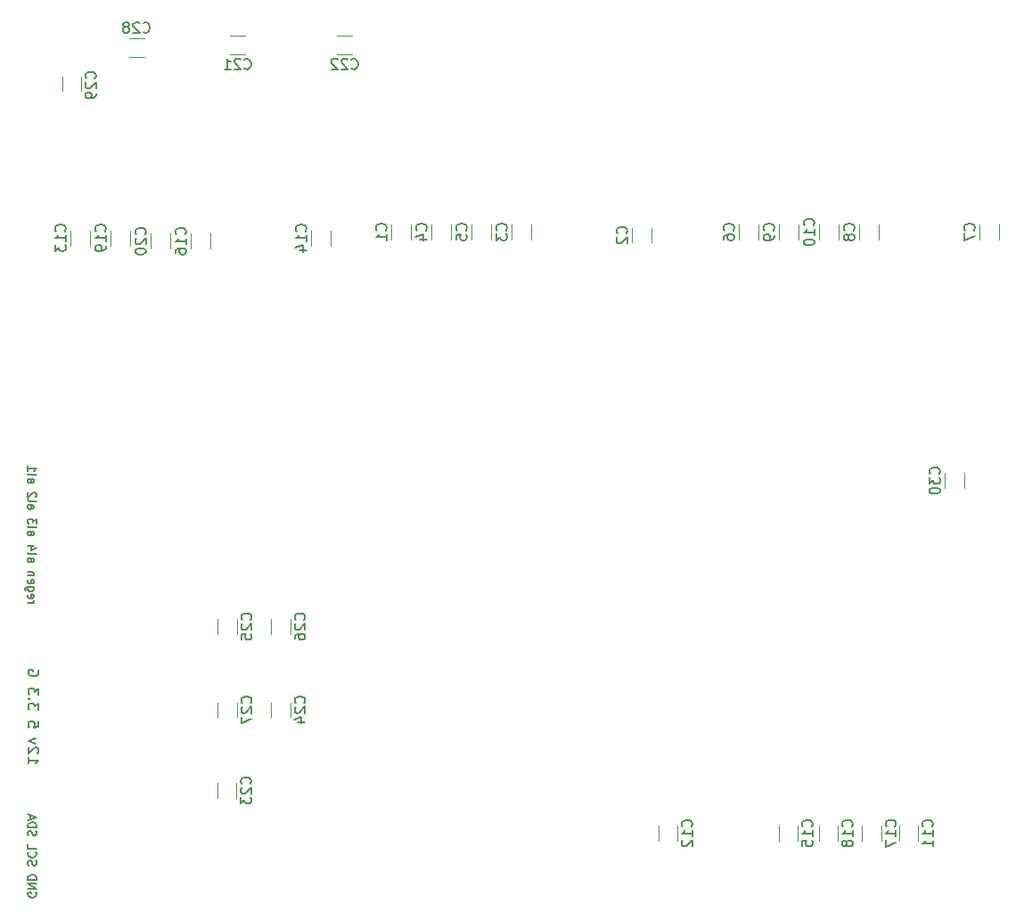
<source format=gbr>
%TF.GenerationSoftware,KiCad,Pcbnew,8.0.3*%
%TF.CreationDate,2024-11-19T22:00:55+01:00*%
%TF.ProjectId,weerstation-analoog,77656572-7374-4617-9469-6f6e2d616e61,rev?*%
%TF.SameCoordinates,Original*%
%TF.FileFunction,Legend,Bot*%
%TF.FilePolarity,Positive*%
%FSLAX46Y46*%
G04 Gerber Fmt 4.6, Leading zero omitted, Abs format (unit mm)*
G04 Created by KiCad (PCBNEW 8.0.3) date 2024-11-19 22:00:55*
%MOMM*%
%LPD*%
G01*
G04 APERTURE LIST*
%ADD10C,0.150000*%
%ADD11C,0.120000*%
G04 APERTURE END LIST*
D10*
X15345704Y-79720839D02*
X15879038Y-79720839D01*
X15726657Y-79720839D02*
X15802847Y-79682744D01*
X15802847Y-79682744D02*
X15840942Y-79644649D01*
X15840942Y-79644649D02*
X15879038Y-79568458D01*
X15879038Y-79568458D02*
X15879038Y-79492268D01*
X15383800Y-78920839D02*
X15345704Y-78997030D01*
X15345704Y-78997030D02*
X15345704Y-79149411D01*
X15345704Y-79149411D02*
X15383800Y-79225601D01*
X15383800Y-79225601D02*
X15459990Y-79263697D01*
X15459990Y-79263697D02*
X15764752Y-79263697D01*
X15764752Y-79263697D02*
X15840942Y-79225601D01*
X15840942Y-79225601D02*
X15879038Y-79149411D01*
X15879038Y-79149411D02*
X15879038Y-78997030D01*
X15879038Y-78997030D02*
X15840942Y-78920839D01*
X15840942Y-78920839D02*
X15764752Y-78882744D01*
X15764752Y-78882744D02*
X15688561Y-78882744D01*
X15688561Y-78882744D02*
X15612371Y-79263697D01*
X15879038Y-78197030D02*
X15231419Y-78197030D01*
X15231419Y-78197030D02*
X15155228Y-78235125D01*
X15155228Y-78235125D02*
X15117133Y-78273221D01*
X15117133Y-78273221D02*
X15079038Y-78349411D01*
X15079038Y-78349411D02*
X15079038Y-78463697D01*
X15079038Y-78463697D02*
X15117133Y-78539887D01*
X15383800Y-78197030D02*
X15345704Y-78273221D01*
X15345704Y-78273221D02*
X15345704Y-78425602D01*
X15345704Y-78425602D02*
X15383800Y-78501792D01*
X15383800Y-78501792D02*
X15421895Y-78539887D01*
X15421895Y-78539887D02*
X15498085Y-78577983D01*
X15498085Y-78577983D02*
X15726657Y-78577983D01*
X15726657Y-78577983D02*
X15802847Y-78539887D01*
X15802847Y-78539887D02*
X15840942Y-78501792D01*
X15840942Y-78501792D02*
X15879038Y-78425602D01*
X15879038Y-78425602D02*
X15879038Y-78273221D01*
X15879038Y-78273221D02*
X15840942Y-78197030D01*
X15383800Y-77511315D02*
X15345704Y-77587506D01*
X15345704Y-77587506D02*
X15345704Y-77739887D01*
X15345704Y-77739887D02*
X15383800Y-77816077D01*
X15383800Y-77816077D02*
X15459990Y-77854173D01*
X15459990Y-77854173D02*
X15764752Y-77854173D01*
X15764752Y-77854173D02*
X15840942Y-77816077D01*
X15840942Y-77816077D02*
X15879038Y-77739887D01*
X15879038Y-77739887D02*
X15879038Y-77587506D01*
X15879038Y-77587506D02*
X15840942Y-77511315D01*
X15840942Y-77511315D02*
X15764752Y-77473220D01*
X15764752Y-77473220D02*
X15688561Y-77473220D01*
X15688561Y-77473220D02*
X15612371Y-77854173D01*
X15879038Y-77130363D02*
X15345704Y-77130363D01*
X15802847Y-77130363D02*
X15840942Y-77092268D01*
X15840942Y-77092268D02*
X15879038Y-77016078D01*
X15879038Y-77016078D02*
X15879038Y-76901792D01*
X15879038Y-76901792D02*
X15840942Y-76825601D01*
X15840942Y-76825601D02*
X15764752Y-76787506D01*
X15764752Y-76787506D02*
X15345704Y-76787506D01*
X15345704Y-75454172D02*
X15764752Y-75454172D01*
X15764752Y-75454172D02*
X15840942Y-75492267D01*
X15840942Y-75492267D02*
X15879038Y-75568458D01*
X15879038Y-75568458D02*
X15879038Y-75720839D01*
X15879038Y-75720839D02*
X15840942Y-75797029D01*
X15383800Y-75454172D02*
X15345704Y-75530363D01*
X15345704Y-75530363D02*
X15345704Y-75720839D01*
X15345704Y-75720839D02*
X15383800Y-75797029D01*
X15383800Y-75797029D02*
X15459990Y-75835125D01*
X15459990Y-75835125D02*
X15536180Y-75835125D01*
X15536180Y-75835125D02*
X15612371Y-75797029D01*
X15612371Y-75797029D02*
X15650466Y-75720839D01*
X15650466Y-75720839D02*
X15650466Y-75530363D01*
X15650466Y-75530363D02*
X15688561Y-75454172D01*
X15345704Y-74958934D02*
X15383800Y-75035124D01*
X15383800Y-75035124D02*
X15459990Y-75073219D01*
X15459990Y-75073219D02*
X16145704Y-75073219D01*
X15879038Y-74311314D02*
X15345704Y-74311314D01*
X16183800Y-74501790D02*
X15612371Y-74692267D01*
X15612371Y-74692267D02*
X15612371Y-74197028D01*
X15345704Y-72939885D02*
X15764752Y-72939885D01*
X15764752Y-72939885D02*
X15840942Y-72977980D01*
X15840942Y-72977980D02*
X15879038Y-73054171D01*
X15879038Y-73054171D02*
X15879038Y-73206552D01*
X15879038Y-73206552D02*
X15840942Y-73282742D01*
X15383800Y-72939885D02*
X15345704Y-73016076D01*
X15345704Y-73016076D02*
X15345704Y-73206552D01*
X15345704Y-73206552D02*
X15383800Y-73282742D01*
X15383800Y-73282742D02*
X15459990Y-73320838D01*
X15459990Y-73320838D02*
X15536180Y-73320838D01*
X15536180Y-73320838D02*
X15612371Y-73282742D01*
X15612371Y-73282742D02*
X15650466Y-73206552D01*
X15650466Y-73206552D02*
X15650466Y-73016076D01*
X15650466Y-73016076D02*
X15688561Y-72939885D01*
X15345704Y-72444647D02*
X15383800Y-72520837D01*
X15383800Y-72520837D02*
X15459990Y-72558932D01*
X15459990Y-72558932D02*
X16145704Y-72558932D01*
X16145704Y-72216075D02*
X16145704Y-71720837D01*
X16145704Y-71720837D02*
X15840942Y-71987503D01*
X15840942Y-71987503D02*
X15840942Y-71873218D01*
X15840942Y-71873218D02*
X15802847Y-71797027D01*
X15802847Y-71797027D02*
X15764752Y-71758932D01*
X15764752Y-71758932D02*
X15688561Y-71720837D01*
X15688561Y-71720837D02*
X15498085Y-71720837D01*
X15498085Y-71720837D02*
X15421895Y-71758932D01*
X15421895Y-71758932D02*
X15383800Y-71797027D01*
X15383800Y-71797027D02*
X15345704Y-71873218D01*
X15345704Y-71873218D02*
X15345704Y-72101789D01*
X15345704Y-72101789D02*
X15383800Y-72177980D01*
X15383800Y-72177980D02*
X15421895Y-72216075D01*
X15345704Y-70425598D02*
X15764752Y-70425598D01*
X15764752Y-70425598D02*
X15840942Y-70463693D01*
X15840942Y-70463693D02*
X15879038Y-70539884D01*
X15879038Y-70539884D02*
X15879038Y-70692265D01*
X15879038Y-70692265D02*
X15840942Y-70768455D01*
X15383800Y-70425598D02*
X15345704Y-70501789D01*
X15345704Y-70501789D02*
X15345704Y-70692265D01*
X15345704Y-70692265D02*
X15383800Y-70768455D01*
X15383800Y-70768455D02*
X15459990Y-70806551D01*
X15459990Y-70806551D02*
X15536180Y-70806551D01*
X15536180Y-70806551D02*
X15612371Y-70768455D01*
X15612371Y-70768455D02*
X15650466Y-70692265D01*
X15650466Y-70692265D02*
X15650466Y-70501789D01*
X15650466Y-70501789D02*
X15688561Y-70425598D01*
X15345704Y-69930360D02*
X15383800Y-70006550D01*
X15383800Y-70006550D02*
X15459990Y-70044645D01*
X15459990Y-70044645D02*
X16145704Y-70044645D01*
X16069514Y-69663693D02*
X16107609Y-69625597D01*
X16107609Y-69625597D02*
X16145704Y-69549407D01*
X16145704Y-69549407D02*
X16145704Y-69358931D01*
X16145704Y-69358931D02*
X16107609Y-69282740D01*
X16107609Y-69282740D02*
X16069514Y-69244645D01*
X16069514Y-69244645D02*
X15993323Y-69206550D01*
X15993323Y-69206550D02*
X15917133Y-69206550D01*
X15917133Y-69206550D02*
X15802847Y-69244645D01*
X15802847Y-69244645D02*
X15345704Y-69701788D01*
X15345704Y-69701788D02*
X15345704Y-69206550D01*
X15345704Y-67911311D02*
X15764752Y-67911311D01*
X15764752Y-67911311D02*
X15840942Y-67949406D01*
X15840942Y-67949406D02*
X15879038Y-68025597D01*
X15879038Y-68025597D02*
X15879038Y-68177978D01*
X15879038Y-68177978D02*
X15840942Y-68254168D01*
X15383800Y-67911311D02*
X15345704Y-67987502D01*
X15345704Y-67987502D02*
X15345704Y-68177978D01*
X15345704Y-68177978D02*
X15383800Y-68254168D01*
X15383800Y-68254168D02*
X15459990Y-68292264D01*
X15459990Y-68292264D02*
X15536180Y-68292264D01*
X15536180Y-68292264D02*
X15612371Y-68254168D01*
X15612371Y-68254168D02*
X15650466Y-68177978D01*
X15650466Y-68177978D02*
X15650466Y-67987502D01*
X15650466Y-67987502D02*
X15688561Y-67911311D01*
X15345704Y-67416073D02*
X15383800Y-67492263D01*
X15383800Y-67492263D02*
X15459990Y-67530358D01*
X15459990Y-67530358D02*
X16145704Y-67530358D01*
X15345704Y-66692263D02*
X15345704Y-67149406D01*
X15345704Y-66920834D02*
X16145704Y-66920834D01*
X16145704Y-66920834D02*
X16031419Y-66997025D01*
X16031419Y-66997025D02*
X15955228Y-67073215D01*
X15955228Y-67073215D02*
X15917133Y-67149406D01*
X16107609Y-107241792D02*
X16145704Y-107317982D01*
X16145704Y-107317982D02*
X16145704Y-107432268D01*
X16145704Y-107432268D02*
X16107609Y-107546554D01*
X16107609Y-107546554D02*
X16031419Y-107622744D01*
X16031419Y-107622744D02*
X15955228Y-107660839D01*
X15955228Y-107660839D02*
X15802847Y-107698935D01*
X15802847Y-107698935D02*
X15688561Y-107698935D01*
X15688561Y-107698935D02*
X15536180Y-107660839D01*
X15536180Y-107660839D02*
X15459990Y-107622744D01*
X15459990Y-107622744D02*
X15383800Y-107546554D01*
X15383800Y-107546554D02*
X15345704Y-107432268D01*
X15345704Y-107432268D02*
X15345704Y-107356077D01*
X15345704Y-107356077D02*
X15383800Y-107241792D01*
X15383800Y-107241792D02*
X15421895Y-107203696D01*
X15421895Y-107203696D02*
X15688561Y-107203696D01*
X15688561Y-107203696D02*
X15688561Y-107356077D01*
X15345704Y-106860839D02*
X16145704Y-106860839D01*
X16145704Y-106860839D02*
X15345704Y-106403696D01*
X15345704Y-106403696D02*
X16145704Y-106403696D01*
X15345704Y-106022744D02*
X16145704Y-106022744D01*
X16145704Y-106022744D02*
X16145704Y-105832268D01*
X16145704Y-105832268D02*
X16107609Y-105717982D01*
X16107609Y-105717982D02*
X16031419Y-105641792D01*
X16031419Y-105641792D02*
X15955228Y-105603697D01*
X15955228Y-105603697D02*
X15802847Y-105565601D01*
X15802847Y-105565601D02*
X15688561Y-105565601D01*
X15688561Y-105565601D02*
X15536180Y-105603697D01*
X15536180Y-105603697D02*
X15459990Y-105641792D01*
X15459990Y-105641792D02*
X15383800Y-105717982D01*
X15383800Y-105717982D02*
X15345704Y-105832268D01*
X15345704Y-105832268D02*
X15345704Y-106022744D01*
X15383800Y-104651316D02*
X15345704Y-104537030D01*
X15345704Y-104537030D02*
X15345704Y-104346554D01*
X15345704Y-104346554D02*
X15383800Y-104270363D01*
X15383800Y-104270363D02*
X15421895Y-104232268D01*
X15421895Y-104232268D02*
X15498085Y-104194173D01*
X15498085Y-104194173D02*
X15574276Y-104194173D01*
X15574276Y-104194173D02*
X15650466Y-104232268D01*
X15650466Y-104232268D02*
X15688561Y-104270363D01*
X15688561Y-104270363D02*
X15726657Y-104346554D01*
X15726657Y-104346554D02*
X15764752Y-104498935D01*
X15764752Y-104498935D02*
X15802847Y-104575125D01*
X15802847Y-104575125D02*
X15840942Y-104613220D01*
X15840942Y-104613220D02*
X15917133Y-104651316D01*
X15917133Y-104651316D02*
X15993323Y-104651316D01*
X15993323Y-104651316D02*
X16069514Y-104613220D01*
X16069514Y-104613220D02*
X16107609Y-104575125D01*
X16107609Y-104575125D02*
X16145704Y-104498935D01*
X16145704Y-104498935D02*
X16145704Y-104308458D01*
X16145704Y-104308458D02*
X16107609Y-104194173D01*
X15421895Y-103394172D02*
X15383800Y-103432268D01*
X15383800Y-103432268D02*
X15345704Y-103546553D01*
X15345704Y-103546553D02*
X15345704Y-103622744D01*
X15345704Y-103622744D02*
X15383800Y-103737030D01*
X15383800Y-103737030D02*
X15459990Y-103813220D01*
X15459990Y-103813220D02*
X15536180Y-103851315D01*
X15536180Y-103851315D02*
X15688561Y-103889411D01*
X15688561Y-103889411D02*
X15802847Y-103889411D01*
X15802847Y-103889411D02*
X15955228Y-103851315D01*
X15955228Y-103851315D02*
X16031419Y-103813220D01*
X16031419Y-103813220D02*
X16107609Y-103737030D01*
X16107609Y-103737030D02*
X16145704Y-103622744D01*
X16145704Y-103622744D02*
X16145704Y-103546553D01*
X16145704Y-103546553D02*
X16107609Y-103432268D01*
X16107609Y-103432268D02*
X16069514Y-103394172D01*
X15345704Y-102670363D02*
X15345704Y-103051315D01*
X15345704Y-103051315D02*
X16145704Y-103051315D01*
X15383800Y-101832268D02*
X15345704Y-101717982D01*
X15345704Y-101717982D02*
X15345704Y-101527506D01*
X15345704Y-101527506D02*
X15383800Y-101451315D01*
X15383800Y-101451315D02*
X15421895Y-101413220D01*
X15421895Y-101413220D02*
X15498085Y-101375125D01*
X15498085Y-101375125D02*
X15574276Y-101375125D01*
X15574276Y-101375125D02*
X15650466Y-101413220D01*
X15650466Y-101413220D02*
X15688561Y-101451315D01*
X15688561Y-101451315D02*
X15726657Y-101527506D01*
X15726657Y-101527506D02*
X15764752Y-101679887D01*
X15764752Y-101679887D02*
X15802847Y-101756077D01*
X15802847Y-101756077D02*
X15840942Y-101794172D01*
X15840942Y-101794172D02*
X15917133Y-101832268D01*
X15917133Y-101832268D02*
X15993323Y-101832268D01*
X15993323Y-101832268D02*
X16069514Y-101794172D01*
X16069514Y-101794172D02*
X16107609Y-101756077D01*
X16107609Y-101756077D02*
X16145704Y-101679887D01*
X16145704Y-101679887D02*
X16145704Y-101489410D01*
X16145704Y-101489410D02*
X16107609Y-101375125D01*
X15345704Y-101032267D02*
X16145704Y-101032267D01*
X16145704Y-101032267D02*
X16145704Y-100841791D01*
X16145704Y-100841791D02*
X16107609Y-100727505D01*
X16107609Y-100727505D02*
X16031419Y-100651315D01*
X16031419Y-100651315D02*
X15955228Y-100613220D01*
X15955228Y-100613220D02*
X15802847Y-100575124D01*
X15802847Y-100575124D02*
X15688561Y-100575124D01*
X15688561Y-100575124D02*
X15536180Y-100613220D01*
X15536180Y-100613220D02*
X15459990Y-100651315D01*
X15459990Y-100651315D02*
X15383800Y-100727505D01*
X15383800Y-100727505D02*
X15345704Y-100841791D01*
X15345704Y-100841791D02*
X15345704Y-101032267D01*
X15574276Y-100270363D02*
X15574276Y-99889410D01*
X15345704Y-100346553D02*
X16145704Y-100079886D01*
X16145704Y-100079886D02*
X15345704Y-99813220D01*
X15370180Y-94389411D02*
X15370180Y-94960839D01*
X15370180Y-94675125D02*
X16370180Y-94675125D01*
X16370180Y-94675125D02*
X16227323Y-94770363D01*
X16227323Y-94770363D02*
X16132085Y-94865601D01*
X16132085Y-94865601D02*
X16084466Y-94960839D01*
X16274942Y-94008458D02*
X16322561Y-93960839D01*
X16322561Y-93960839D02*
X16370180Y-93865601D01*
X16370180Y-93865601D02*
X16370180Y-93627506D01*
X16370180Y-93627506D02*
X16322561Y-93532268D01*
X16322561Y-93532268D02*
X16274942Y-93484649D01*
X16274942Y-93484649D02*
X16179704Y-93437030D01*
X16179704Y-93437030D02*
X16084466Y-93437030D01*
X16084466Y-93437030D02*
X15941609Y-93484649D01*
X15941609Y-93484649D02*
X15370180Y-94056077D01*
X15370180Y-94056077D02*
X15370180Y-93437030D01*
X16036847Y-93103696D02*
X15370180Y-92865601D01*
X15370180Y-92865601D02*
X16036847Y-92627506D01*
X16370180Y-91008458D02*
X16370180Y-91484648D01*
X16370180Y-91484648D02*
X15893990Y-91532267D01*
X15893990Y-91532267D02*
X15941609Y-91484648D01*
X15941609Y-91484648D02*
X15989228Y-91389410D01*
X15989228Y-91389410D02*
X15989228Y-91151315D01*
X15989228Y-91151315D02*
X15941609Y-91056077D01*
X15941609Y-91056077D02*
X15893990Y-91008458D01*
X15893990Y-91008458D02*
X15798752Y-90960839D01*
X15798752Y-90960839D02*
X15560657Y-90960839D01*
X15560657Y-90960839D02*
X15465419Y-91008458D01*
X15465419Y-91008458D02*
X15417800Y-91056077D01*
X15417800Y-91056077D02*
X15370180Y-91151315D01*
X15370180Y-91151315D02*
X15370180Y-91389410D01*
X15370180Y-91389410D02*
X15417800Y-91484648D01*
X15417800Y-91484648D02*
X15465419Y-91532267D01*
X16370180Y-89865600D02*
X16370180Y-89246553D01*
X16370180Y-89246553D02*
X15989228Y-89579886D01*
X15989228Y-89579886D02*
X15989228Y-89437029D01*
X15989228Y-89437029D02*
X15941609Y-89341791D01*
X15941609Y-89341791D02*
X15893990Y-89294172D01*
X15893990Y-89294172D02*
X15798752Y-89246553D01*
X15798752Y-89246553D02*
X15560657Y-89246553D01*
X15560657Y-89246553D02*
X15465419Y-89294172D01*
X15465419Y-89294172D02*
X15417800Y-89341791D01*
X15417800Y-89341791D02*
X15370180Y-89437029D01*
X15370180Y-89437029D02*
X15370180Y-89722743D01*
X15370180Y-89722743D02*
X15417800Y-89817981D01*
X15417800Y-89817981D02*
X15465419Y-89865600D01*
X15465419Y-88817981D02*
X15417800Y-88770362D01*
X15417800Y-88770362D02*
X15370180Y-88817981D01*
X15370180Y-88817981D02*
X15417800Y-88865600D01*
X15417800Y-88865600D02*
X15465419Y-88817981D01*
X15465419Y-88817981D02*
X15370180Y-88817981D01*
X16370180Y-88437029D02*
X16370180Y-87817982D01*
X16370180Y-87817982D02*
X15989228Y-88151315D01*
X15989228Y-88151315D02*
X15989228Y-88008458D01*
X15989228Y-88008458D02*
X15941609Y-87913220D01*
X15941609Y-87913220D02*
X15893990Y-87865601D01*
X15893990Y-87865601D02*
X15798752Y-87817982D01*
X15798752Y-87817982D02*
X15560657Y-87817982D01*
X15560657Y-87817982D02*
X15465419Y-87865601D01*
X15465419Y-87865601D02*
X15417800Y-87913220D01*
X15417800Y-87913220D02*
X15370180Y-88008458D01*
X15370180Y-88008458D02*
X15370180Y-88294172D01*
X15370180Y-88294172D02*
X15417800Y-88389410D01*
X15417800Y-88389410D02*
X15465419Y-88437029D01*
X16322561Y-86103696D02*
X16370180Y-86198934D01*
X16370180Y-86198934D02*
X16370180Y-86341791D01*
X16370180Y-86341791D02*
X16322561Y-86484648D01*
X16322561Y-86484648D02*
X16227323Y-86579886D01*
X16227323Y-86579886D02*
X16132085Y-86627505D01*
X16132085Y-86627505D02*
X15941609Y-86675124D01*
X15941609Y-86675124D02*
X15798752Y-86675124D01*
X15798752Y-86675124D02*
X15608276Y-86627505D01*
X15608276Y-86627505D02*
X15513038Y-86579886D01*
X15513038Y-86579886D02*
X15417800Y-86484648D01*
X15417800Y-86484648D02*
X15370180Y-86341791D01*
X15370180Y-86341791D02*
X15370180Y-86246553D01*
X15370180Y-86246553D02*
X15417800Y-86103696D01*
X15417800Y-86103696D02*
X15465419Y-86056077D01*
X15465419Y-86056077D02*
X15798752Y-86056077D01*
X15798752Y-86056077D02*
X15798752Y-86246553D01*
X89949580Y-43807142D02*
X89997200Y-43759523D01*
X89997200Y-43759523D02*
X90044819Y-43616666D01*
X90044819Y-43616666D02*
X90044819Y-43521428D01*
X90044819Y-43521428D02*
X89997200Y-43378571D01*
X89997200Y-43378571D02*
X89901961Y-43283333D01*
X89901961Y-43283333D02*
X89806723Y-43235714D01*
X89806723Y-43235714D02*
X89616247Y-43188095D01*
X89616247Y-43188095D02*
X89473390Y-43188095D01*
X89473390Y-43188095D02*
X89282914Y-43235714D01*
X89282914Y-43235714D02*
X89187676Y-43283333D01*
X89187676Y-43283333D02*
X89092438Y-43378571D01*
X89092438Y-43378571D02*
X89044819Y-43521428D01*
X89044819Y-43521428D02*
X89044819Y-43616666D01*
X89044819Y-43616666D02*
X89092438Y-43759523D01*
X89092438Y-43759523D02*
X89140057Y-43807142D01*
X90044819Y-44759523D02*
X90044819Y-44188095D01*
X90044819Y-44473809D02*
X89044819Y-44473809D01*
X89044819Y-44473809D02*
X89187676Y-44378571D01*
X89187676Y-44378571D02*
X89282914Y-44283333D01*
X89282914Y-44283333D02*
X89330533Y-44188095D01*
X89044819Y-45378571D02*
X89044819Y-45473809D01*
X89044819Y-45473809D02*
X89092438Y-45569047D01*
X89092438Y-45569047D02*
X89140057Y-45616666D01*
X89140057Y-45616666D02*
X89235295Y-45664285D01*
X89235295Y-45664285D02*
X89425771Y-45711904D01*
X89425771Y-45711904D02*
X89663866Y-45711904D01*
X89663866Y-45711904D02*
X89854342Y-45664285D01*
X89854342Y-45664285D02*
X89949580Y-45616666D01*
X89949580Y-45616666D02*
X89997200Y-45569047D01*
X89997200Y-45569047D02*
X90044819Y-45473809D01*
X90044819Y-45473809D02*
X90044819Y-45378571D01*
X90044819Y-45378571D02*
X89997200Y-45283333D01*
X89997200Y-45283333D02*
X89949580Y-45235714D01*
X89949580Y-45235714D02*
X89854342Y-45188095D01*
X89854342Y-45188095D02*
X89663866Y-45140476D01*
X89663866Y-45140476D02*
X89425771Y-45140476D01*
X89425771Y-45140476D02*
X89235295Y-45188095D01*
X89235295Y-45188095D02*
X89140057Y-45235714D01*
X89140057Y-45235714D02*
X89092438Y-45283333D01*
X89092438Y-45283333D02*
X89044819Y-45378571D01*
X101887580Y-67429142D02*
X101935200Y-67381523D01*
X101935200Y-67381523D02*
X101982819Y-67238666D01*
X101982819Y-67238666D02*
X101982819Y-67143428D01*
X101982819Y-67143428D02*
X101935200Y-67000571D01*
X101935200Y-67000571D02*
X101839961Y-66905333D01*
X101839961Y-66905333D02*
X101744723Y-66857714D01*
X101744723Y-66857714D02*
X101554247Y-66810095D01*
X101554247Y-66810095D02*
X101411390Y-66810095D01*
X101411390Y-66810095D02*
X101220914Y-66857714D01*
X101220914Y-66857714D02*
X101125676Y-66905333D01*
X101125676Y-66905333D02*
X101030438Y-67000571D01*
X101030438Y-67000571D02*
X100982819Y-67143428D01*
X100982819Y-67143428D02*
X100982819Y-67238666D01*
X100982819Y-67238666D02*
X101030438Y-67381523D01*
X101030438Y-67381523D02*
X101078057Y-67429142D01*
X100982819Y-67762476D02*
X100982819Y-68381523D01*
X100982819Y-68381523D02*
X101363771Y-68048190D01*
X101363771Y-68048190D02*
X101363771Y-68191047D01*
X101363771Y-68191047D02*
X101411390Y-68286285D01*
X101411390Y-68286285D02*
X101459009Y-68333904D01*
X101459009Y-68333904D02*
X101554247Y-68381523D01*
X101554247Y-68381523D02*
X101792342Y-68381523D01*
X101792342Y-68381523D02*
X101887580Y-68333904D01*
X101887580Y-68333904D02*
X101935200Y-68286285D01*
X101935200Y-68286285D02*
X101982819Y-68191047D01*
X101982819Y-68191047D02*
X101982819Y-67905333D01*
X101982819Y-67905333D02*
X101935200Y-67810095D01*
X101935200Y-67810095D02*
X101887580Y-67762476D01*
X100982819Y-69000571D02*
X100982819Y-69095809D01*
X100982819Y-69095809D02*
X101030438Y-69191047D01*
X101030438Y-69191047D02*
X101078057Y-69238666D01*
X101078057Y-69238666D02*
X101173295Y-69286285D01*
X101173295Y-69286285D02*
X101363771Y-69333904D01*
X101363771Y-69333904D02*
X101601866Y-69333904D01*
X101601866Y-69333904D02*
X101792342Y-69286285D01*
X101792342Y-69286285D02*
X101887580Y-69238666D01*
X101887580Y-69238666D02*
X101935200Y-69191047D01*
X101935200Y-69191047D02*
X101982819Y-69095809D01*
X101982819Y-69095809D02*
X101982819Y-69000571D01*
X101982819Y-69000571D02*
X101935200Y-68905333D01*
X101935200Y-68905333D02*
X101887580Y-68857714D01*
X101887580Y-68857714D02*
X101792342Y-68810095D01*
X101792342Y-68810095D02*
X101601866Y-68762476D01*
X101601866Y-68762476D02*
X101363771Y-68762476D01*
X101363771Y-68762476D02*
X101173295Y-68810095D01*
X101173295Y-68810095D02*
X101078057Y-68857714D01*
X101078057Y-68857714D02*
X101030438Y-68905333D01*
X101030438Y-68905333D02*
X100982819Y-69000571D01*
X26449580Y-44664642D02*
X26497200Y-44617023D01*
X26497200Y-44617023D02*
X26544819Y-44474166D01*
X26544819Y-44474166D02*
X26544819Y-44378928D01*
X26544819Y-44378928D02*
X26497200Y-44236071D01*
X26497200Y-44236071D02*
X26401961Y-44140833D01*
X26401961Y-44140833D02*
X26306723Y-44093214D01*
X26306723Y-44093214D02*
X26116247Y-44045595D01*
X26116247Y-44045595D02*
X25973390Y-44045595D01*
X25973390Y-44045595D02*
X25782914Y-44093214D01*
X25782914Y-44093214D02*
X25687676Y-44140833D01*
X25687676Y-44140833D02*
X25592438Y-44236071D01*
X25592438Y-44236071D02*
X25544819Y-44378928D01*
X25544819Y-44378928D02*
X25544819Y-44474166D01*
X25544819Y-44474166D02*
X25592438Y-44617023D01*
X25592438Y-44617023D02*
X25640057Y-44664642D01*
X25640057Y-45045595D02*
X25592438Y-45093214D01*
X25592438Y-45093214D02*
X25544819Y-45188452D01*
X25544819Y-45188452D02*
X25544819Y-45426547D01*
X25544819Y-45426547D02*
X25592438Y-45521785D01*
X25592438Y-45521785D02*
X25640057Y-45569404D01*
X25640057Y-45569404D02*
X25735295Y-45617023D01*
X25735295Y-45617023D02*
X25830533Y-45617023D01*
X25830533Y-45617023D02*
X25973390Y-45569404D01*
X25973390Y-45569404D02*
X26544819Y-44997976D01*
X26544819Y-44997976D02*
X26544819Y-45617023D01*
X25544819Y-46236071D02*
X25544819Y-46331309D01*
X25544819Y-46331309D02*
X25592438Y-46426547D01*
X25592438Y-46426547D02*
X25640057Y-46474166D01*
X25640057Y-46474166D02*
X25735295Y-46521785D01*
X25735295Y-46521785D02*
X25925771Y-46569404D01*
X25925771Y-46569404D02*
X26163866Y-46569404D01*
X26163866Y-46569404D02*
X26354342Y-46521785D01*
X26354342Y-46521785D02*
X26449580Y-46474166D01*
X26449580Y-46474166D02*
X26497200Y-46426547D01*
X26497200Y-46426547D02*
X26544819Y-46331309D01*
X26544819Y-46331309D02*
X26544819Y-46236071D01*
X26544819Y-46236071D02*
X26497200Y-46140833D01*
X26497200Y-46140833D02*
X26449580Y-46093214D01*
X26449580Y-46093214D02*
X26354342Y-46045595D01*
X26354342Y-46045595D02*
X26163866Y-45997976D01*
X26163866Y-45997976D02*
X25925771Y-45997976D01*
X25925771Y-45997976D02*
X25735295Y-46045595D01*
X25735295Y-46045595D02*
X25640057Y-46093214D01*
X25640057Y-46093214D02*
X25592438Y-46140833D01*
X25592438Y-46140833D02*
X25544819Y-46236071D01*
X49309580Y-44283333D02*
X49357200Y-44235714D01*
X49357200Y-44235714D02*
X49404819Y-44092857D01*
X49404819Y-44092857D02*
X49404819Y-43997619D01*
X49404819Y-43997619D02*
X49357200Y-43854762D01*
X49357200Y-43854762D02*
X49261961Y-43759524D01*
X49261961Y-43759524D02*
X49166723Y-43711905D01*
X49166723Y-43711905D02*
X48976247Y-43664286D01*
X48976247Y-43664286D02*
X48833390Y-43664286D01*
X48833390Y-43664286D02*
X48642914Y-43711905D01*
X48642914Y-43711905D02*
X48547676Y-43759524D01*
X48547676Y-43759524D02*
X48452438Y-43854762D01*
X48452438Y-43854762D02*
X48404819Y-43997619D01*
X48404819Y-43997619D02*
X48404819Y-44092857D01*
X48404819Y-44092857D02*
X48452438Y-44235714D01*
X48452438Y-44235714D02*
X48500057Y-44283333D01*
X49404819Y-45235714D02*
X49404819Y-44664286D01*
X49404819Y-44950000D02*
X48404819Y-44950000D01*
X48404819Y-44950000D02*
X48547676Y-44854762D01*
X48547676Y-44854762D02*
X48642914Y-44759524D01*
X48642914Y-44759524D02*
X48690533Y-44664286D01*
X86139580Y-44283333D02*
X86187200Y-44235714D01*
X86187200Y-44235714D02*
X86234819Y-44092857D01*
X86234819Y-44092857D02*
X86234819Y-43997619D01*
X86234819Y-43997619D02*
X86187200Y-43854762D01*
X86187200Y-43854762D02*
X86091961Y-43759524D01*
X86091961Y-43759524D02*
X85996723Y-43711905D01*
X85996723Y-43711905D02*
X85806247Y-43664286D01*
X85806247Y-43664286D02*
X85663390Y-43664286D01*
X85663390Y-43664286D02*
X85472914Y-43711905D01*
X85472914Y-43711905D02*
X85377676Y-43759524D01*
X85377676Y-43759524D02*
X85282438Y-43854762D01*
X85282438Y-43854762D02*
X85234819Y-43997619D01*
X85234819Y-43997619D02*
X85234819Y-44092857D01*
X85234819Y-44092857D02*
X85282438Y-44235714D01*
X85282438Y-44235714D02*
X85330057Y-44283333D01*
X86234819Y-44759524D02*
X86234819Y-44950000D01*
X86234819Y-44950000D02*
X86187200Y-45045238D01*
X86187200Y-45045238D02*
X86139580Y-45092857D01*
X86139580Y-45092857D02*
X85996723Y-45188095D01*
X85996723Y-45188095D02*
X85806247Y-45235714D01*
X85806247Y-45235714D02*
X85425295Y-45235714D01*
X85425295Y-45235714D02*
X85330057Y-45188095D01*
X85330057Y-45188095D02*
X85282438Y-45140476D01*
X85282438Y-45140476D02*
X85234819Y-45045238D01*
X85234819Y-45045238D02*
X85234819Y-44854762D01*
X85234819Y-44854762D02*
X85282438Y-44759524D01*
X85282438Y-44759524D02*
X85330057Y-44711905D01*
X85330057Y-44711905D02*
X85425295Y-44664286D01*
X85425295Y-44664286D02*
X85663390Y-44664286D01*
X85663390Y-44664286D02*
X85758628Y-44711905D01*
X85758628Y-44711905D02*
X85806247Y-44759524D01*
X85806247Y-44759524D02*
X85853866Y-44854762D01*
X85853866Y-44854762D02*
X85853866Y-45045238D01*
X85853866Y-45045238D02*
X85806247Y-45140476D01*
X85806247Y-45140476D02*
X85758628Y-45188095D01*
X85758628Y-45188095D02*
X85663390Y-45235714D01*
X41689580Y-44372142D02*
X41737200Y-44324523D01*
X41737200Y-44324523D02*
X41784819Y-44181666D01*
X41784819Y-44181666D02*
X41784819Y-44086428D01*
X41784819Y-44086428D02*
X41737200Y-43943571D01*
X41737200Y-43943571D02*
X41641961Y-43848333D01*
X41641961Y-43848333D02*
X41546723Y-43800714D01*
X41546723Y-43800714D02*
X41356247Y-43753095D01*
X41356247Y-43753095D02*
X41213390Y-43753095D01*
X41213390Y-43753095D02*
X41022914Y-43800714D01*
X41022914Y-43800714D02*
X40927676Y-43848333D01*
X40927676Y-43848333D02*
X40832438Y-43943571D01*
X40832438Y-43943571D02*
X40784819Y-44086428D01*
X40784819Y-44086428D02*
X40784819Y-44181666D01*
X40784819Y-44181666D02*
X40832438Y-44324523D01*
X40832438Y-44324523D02*
X40880057Y-44372142D01*
X41784819Y-45324523D02*
X41784819Y-44753095D01*
X41784819Y-45038809D02*
X40784819Y-45038809D01*
X40784819Y-45038809D02*
X40927676Y-44943571D01*
X40927676Y-44943571D02*
X41022914Y-44848333D01*
X41022914Y-44848333D02*
X41070533Y-44753095D01*
X41118152Y-46181666D02*
X41784819Y-46181666D01*
X40737200Y-45943571D02*
X41451485Y-45705476D01*
X41451485Y-45705476D02*
X41451485Y-46324523D01*
X53119580Y-44283333D02*
X53167200Y-44235714D01*
X53167200Y-44235714D02*
X53214819Y-44092857D01*
X53214819Y-44092857D02*
X53214819Y-43997619D01*
X53214819Y-43997619D02*
X53167200Y-43854762D01*
X53167200Y-43854762D02*
X53071961Y-43759524D01*
X53071961Y-43759524D02*
X52976723Y-43711905D01*
X52976723Y-43711905D02*
X52786247Y-43664286D01*
X52786247Y-43664286D02*
X52643390Y-43664286D01*
X52643390Y-43664286D02*
X52452914Y-43711905D01*
X52452914Y-43711905D02*
X52357676Y-43759524D01*
X52357676Y-43759524D02*
X52262438Y-43854762D01*
X52262438Y-43854762D02*
X52214819Y-43997619D01*
X52214819Y-43997619D02*
X52214819Y-44092857D01*
X52214819Y-44092857D02*
X52262438Y-44235714D01*
X52262438Y-44235714D02*
X52310057Y-44283333D01*
X52548152Y-45140476D02*
X53214819Y-45140476D01*
X52167200Y-44902381D02*
X52881485Y-44664286D01*
X52881485Y-44664286D02*
X52881485Y-45283333D01*
X35910357Y-28879580D02*
X35957976Y-28927200D01*
X35957976Y-28927200D02*
X36100833Y-28974819D01*
X36100833Y-28974819D02*
X36196071Y-28974819D01*
X36196071Y-28974819D02*
X36338928Y-28927200D01*
X36338928Y-28927200D02*
X36434166Y-28831961D01*
X36434166Y-28831961D02*
X36481785Y-28736723D01*
X36481785Y-28736723D02*
X36529404Y-28546247D01*
X36529404Y-28546247D02*
X36529404Y-28403390D01*
X36529404Y-28403390D02*
X36481785Y-28212914D01*
X36481785Y-28212914D02*
X36434166Y-28117676D01*
X36434166Y-28117676D02*
X36338928Y-28022438D01*
X36338928Y-28022438D02*
X36196071Y-27974819D01*
X36196071Y-27974819D02*
X36100833Y-27974819D01*
X36100833Y-27974819D02*
X35957976Y-28022438D01*
X35957976Y-28022438D02*
X35910357Y-28070057D01*
X35529404Y-28070057D02*
X35481785Y-28022438D01*
X35481785Y-28022438D02*
X35386547Y-27974819D01*
X35386547Y-27974819D02*
X35148452Y-27974819D01*
X35148452Y-27974819D02*
X35053214Y-28022438D01*
X35053214Y-28022438D02*
X35005595Y-28070057D01*
X35005595Y-28070057D02*
X34957976Y-28165295D01*
X34957976Y-28165295D02*
X34957976Y-28260533D01*
X34957976Y-28260533D02*
X35005595Y-28403390D01*
X35005595Y-28403390D02*
X35577023Y-28974819D01*
X35577023Y-28974819D02*
X34957976Y-28974819D01*
X34005595Y-28974819D02*
X34577023Y-28974819D01*
X34291309Y-28974819D02*
X34291309Y-27974819D01*
X34291309Y-27974819D02*
X34386547Y-28117676D01*
X34386547Y-28117676D02*
X34481785Y-28212914D01*
X34481785Y-28212914D02*
X34577023Y-28260533D01*
X36499580Y-81322142D02*
X36547200Y-81274523D01*
X36547200Y-81274523D02*
X36594819Y-81131666D01*
X36594819Y-81131666D02*
X36594819Y-81036428D01*
X36594819Y-81036428D02*
X36547200Y-80893571D01*
X36547200Y-80893571D02*
X36451961Y-80798333D01*
X36451961Y-80798333D02*
X36356723Y-80750714D01*
X36356723Y-80750714D02*
X36166247Y-80703095D01*
X36166247Y-80703095D02*
X36023390Y-80703095D01*
X36023390Y-80703095D02*
X35832914Y-80750714D01*
X35832914Y-80750714D02*
X35737676Y-80798333D01*
X35737676Y-80798333D02*
X35642438Y-80893571D01*
X35642438Y-80893571D02*
X35594819Y-81036428D01*
X35594819Y-81036428D02*
X35594819Y-81131666D01*
X35594819Y-81131666D02*
X35642438Y-81274523D01*
X35642438Y-81274523D02*
X35690057Y-81322142D01*
X35690057Y-81703095D02*
X35642438Y-81750714D01*
X35642438Y-81750714D02*
X35594819Y-81845952D01*
X35594819Y-81845952D02*
X35594819Y-82084047D01*
X35594819Y-82084047D02*
X35642438Y-82179285D01*
X35642438Y-82179285D02*
X35690057Y-82226904D01*
X35690057Y-82226904D02*
X35785295Y-82274523D01*
X35785295Y-82274523D02*
X35880533Y-82274523D01*
X35880533Y-82274523D02*
X36023390Y-82226904D01*
X36023390Y-82226904D02*
X36594819Y-81655476D01*
X36594819Y-81655476D02*
X36594819Y-82274523D01*
X35594819Y-83179285D02*
X35594819Y-82703095D01*
X35594819Y-82703095D02*
X36071009Y-82655476D01*
X36071009Y-82655476D02*
X36023390Y-82703095D01*
X36023390Y-82703095D02*
X35975771Y-82798333D01*
X35975771Y-82798333D02*
X35975771Y-83036428D01*
X35975771Y-83036428D02*
X36023390Y-83131666D01*
X36023390Y-83131666D02*
X36071009Y-83179285D01*
X36071009Y-83179285D02*
X36166247Y-83226904D01*
X36166247Y-83226904D02*
X36404342Y-83226904D01*
X36404342Y-83226904D02*
X36499580Y-83179285D01*
X36499580Y-83179285D02*
X36547200Y-83131666D01*
X36547200Y-83131666D02*
X36594819Y-83036428D01*
X36594819Y-83036428D02*
X36594819Y-82798333D01*
X36594819Y-82798333D02*
X36547200Y-82703095D01*
X36547200Y-82703095D02*
X36499580Y-82655476D01*
X93759580Y-44283333D02*
X93807200Y-44235714D01*
X93807200Y-44235714D02*
X93854819Y-44092857D01*
X93854819Y-44092857D02*
X93854819Y-43997619D01*
X93854819Y-43997619D02*
X93807200Y-43854762D01*
X93807200Y-43854762D02*
X93711961Y-43759524D01*
X93711961Y-43759524D02*
X93616723Y-43711905D01*
X93616723Y-43711905D02*
X93426247Y-43664286D01*
X93426247Y-43664286D02*
X93283390Y-43664286D01*
X93283390Y-43664286D02*
X93092914Y-43711905D01*
X93092914Y-43711905D02*
X92997676Y-43759524D01*
X92997676Y-43759524D02*
X92902438Y-43854762D01*
X92902438Y-43854762D02*
X92854819Y-43997619D01*
X92854819Y-43997619D02*
X92854819Y-44092857D01*
X92854819Y-44092857D02*
X92902438Y-44235714D01*
X92902438Y-44235714D02*
X92950057Y-44283333D01*
X93283390Y-44854762D02*
X93235771Y-44759524D01*
X93235771Y-44759524D02*
X93188152Y-44711905D01*
X93188152Y-44711905D02*
X93092914Y-44664286D01*
X93092914Y-44664286D02*
X93045295Y-44664286D01*
X93045295Y-44664286D02*
X92950057Y-44711905D01*
X92950057Y-44711905D02*
X92902438Y-44759524D01*
X92902438Y-44759524D02*
X92854819Y-44854762D01*
X92854819Y-44854762D02*
X92854819Y-45045238D01*
X92854819Y-45045238D02*
X92902438Y-45140476D01*
X92902438Y-45140476D02*
X92950057Y-45188095D01*
X92950057Y-45188095D02*
X93045295Y-45235714D01*
X93045295Y-45235714D02*
X93092914Y-45235714D01*
X93092914Y-45235714D02*
X93188152Y-45188095D01*
X93188152Y-45188095D02*
X93235771Y-45140476D01*
X93235771Y-45140476D02*
X93283390Y-45045238D01*
X93283390Y-45045238D02*
X93283390Y-44854762D01*
X93283390Y-44854762D02*
X93331009Y-44759524D01*
X93331009Y-44759524D02*
X93378628Y-44711905D01*
X93378628Y-44711905D02*
X93473866Y-44664286D01*
X93473866Y-44664286D02*
X93664342Y-44664286D01*
X93664342Y-44664286D02*
X93759580Y-44711905D01*
X93759580Y-44711905D02*
X93807200Y-44759524D01*
X93807200Y-44759524D02*
X93854819Y-44854762D01*
X93854819Y-44854762D02*
X93854819Y-45045238D01*
X93854819Y-45045238D02*
X93807200Y-45140476D01*
X93807200Y-45140476D02*
X93759580Y-45188095D01*
X93759580Y-45188095D02*
X93664342Y-45235714D01*
X93664342Y-45235714D02*
X93473866Y-45235714D01*
X93473866Y-45235714D02*
X93378628Y-45188095D01*
X93378628Y-45188095D02*
X93331009Y-45140476D01*
X93331009Y-45140476D02*
X93283390Y-45045238D01*
X97713580Y-100957142D02*
X97761200Y-100909523D01*
X97761200Y-100909523D02*
X97808819Y-100766666D01*
X97808819Y-100766666D02*
X97808819Y-100671428D01*
X97808819Y-100671428D02*
X97761200Y-100528571D01*
X97761200Y-100528571D02*
X97665961Y-100433333D01*
X97665961Y-100433333D02*
X97570723Y-100385714D01*
X97570723Y-100385714D02*
X97380247Y-100338095D01*
X97380247Y-100338095D02*
X97237390Y-100338095D01*
X97237390Y-100338095D02*
X97046914Y-100385714D01*
X97046914Y-100385714D02*
X96951676Y-100433333D01*
X96951676Y-100433333D02*
X96856438Y-100528571D01*
X96856438Y-100528571D02*
X96808819Y-100671428D01*
X96808819Y-100671428D02*
X96808819Y-100766666D01*
X96808819Y-100766666D02*
X96856438Y-100909523D01*
X96856438Y-100909523D02*
X96904057Y-100957142D01*
X97808819Y-101909523D02*
X97808819Y-101338095D01*
X97808819Y-101623809D02*
X96808819Y-101623809D01*
X96808819Y-101623809D02*
X96951676Y-101528571D01*
X96951676Y-101528571D02*
X97046914Y-101433333D01*
X97046914Y-101433333D02*
X97094533Y-101338095D01*
X96808819Y-102242857D02*
X96808819Y-102909523D01*
X96808819Y-102909523D02*
X97808819Y-102480952D01*
X105189580Y-44283333D02*
X105237200Y-44235714D01*
X105237200Y-44235714D02*
X105284819Y-44092857D01*
X105284819Y-44092857D02*
X105284819Y-43997619D01*
X105284819Y-43997619D02*
X105237200Y-43854762D01*
X105237200Y-43854762D02*
X105141961Y-43759524D01*
X105141961Y-43759524D02*
X105046723Y-43711905D01*
X105046723Y-43711905D02*
X104856247Y-43664286D01*
X104856247Y-43664286D02*
X104713390Y-43664286D01*
X104713390Y-43664286D02*
X104522914Y-43711905D01*
X104522914Y-43711905D02*
X104427676Y-43759524D01*
X104427676Y-43759524D02*
X104332438Y-43854762D01*
X104332438Y-43854762D02*
X104284819Y-43997619D01*
X104284819Y-43997619D02*
X104284819Y-44092857D01*
X104284819Y-44092857D02*
X104332438Y-44235714D01*
X104332438Y-44235714D02*
X104380057Y-44283333D01*
X104284819Y-44616667D02*
X104284819Y-45283333D01*
X104284819Y-45283333D02*
X105284819Y-44854762D01*
X36499580Y-89234642D02*
X36547200Y-89187023D01*
X36547200Y-89187023D02*
X36594819Y-89044166D01*
X36594819Y-89044166D02*
X36594819Y-88948928D01*
X36594819Y-88948928D02*
X36547200Y-88806071D01*
X36547200Y-88806071D02*
X36451961Y-88710833D01*
X36451961Y-88710833D02*
X36356723Y-88663214D01*
X36356723Y-88663214D02*
X36166247Y-88615595D01*
X36166247Y-88615595D02*
X36023390Y-88615595D01*
X36023390Y-88615595D02*
X35832914Y-88663214D01*
X35832914Y-88663214D02*
X35737676Y-88710833D01*
X35737676Y-88710833D02*
X35642438Y-88806071D01*
X35642438Y-88806071D02*
X35594819Y-88948928D01*
X35594819Y-88948928D02*
X35594819Y-89044166D01*
X35594819Y-89044166D02*
X35642438Y-89187023D01*
X35642438Y-89187023D02*
X35690057Y-89234642D01*
X35690057Y-89615595D02*
X35642438Y-89663214D01*
X35642438Y-89663214D02*
X35594819Y-89758452D01*
X35594819Y-89758452D02*
X35594819Y-89996547D01*
X35594819Y-89996547D02*
X35642438Y-90091785D01*
X35642438Y-90091785D02*
X35690057Y-90139404D01*
X35690057Y-90139404D02*
X35785295Y-90187023D01*
X35785295Y-90187023D02*
X35880533Y-90187023D01*
X35880533Y-90187023D02*
X36023390Y-90139404D01*
X36023390Y-90139404D02*
X36594819Y-89567976D01*
X36594819Y-89567976D02*
X36594819Y-90187023D01*
X35594819Y-90520357D02*
X35594819Y-91187023D01*
X35594819Y-91187023D02*
X36594819Y-90758452D01*
X41579580Y-89234642D02*
X41627200Y-89187023D01*
X41627200Y-89187023D02*
X41674819Y-89044166D01*
X41674819Y-89044166D02*
X41674819Y-88948928D01*
X41674819Y-88948928D02*
X41627200Y-88806071D01*
X41627200Y-88806071D02*
X41531961Y-88710833D01*
X41531961Y-88710833D02*
X41436723Y-88663214D01*
X41436723Y-88663214D02*
X41246247Y-88615595D01*
X41246247Y-88615595D02*
X41103390Y-88615595D01*
X41103390Y-88615595D02*
X40912914Y-88663214D01*
X40912914Y-88663214D02*
X40817676Y-88710833D01*
X40817676Y-88710833D02*
X40722438Y-88806071D01*
X40722438Y-88806071D02*
X40674819Y-88948928D01*
X40674819Y-88948928D02*
X40674819Y-89044166D01*
X40674819Y-89044166D02*
X40722438Y-89187023D01*
X40722438Y-89187023D02*
X40770057Y-89234642D01*
X40770057Y-89615595D02*
X40722438Y-89663214D01*
X40722438Y-89663214D02*
X40674819Y-89758452D01*
X40674819Y-89758452D02*
X40674819Y-89996547D01*
X40674819Y-89996547D02*
X40722438Y-90091785D01*
X40722438Y-90091785D02*
X40770057Y-90139404D01*
X40770057Y-90139404D02*
X40865295Y-90187023D01*
X40865295Y-90187023D02*
X40960533Y-90187023D01*
X40960533Y-90187023D02*
X41103390Y-90139404D01*
X41103390Y-90139404D02*
X41674819Y-89567976D01*
X41674819Y-89567976D02*
X41674819Y-90187023D01*
X41008152Y-91044166D02*
X41674819Y-91044166D01*
X40627200Y-90806071D02*
X41341485Y-90567976D01*
X41341485Y-90567976D02*
X41341485Y-91187023D01*
X72169580Y-44575833D02*
X72217200Y-44528214D01*
X72217200Y-44528214D02*
X72264819Y-44385357D01*
X72264819Y-44385357D02*
X72264819Y-44290119D01*
X72264819Y-44290119D02*
X72217200Y-44147262D01*
X72217200Y-44147262D02*
X72121961Y-44052024D01*
X72121961Y-44052024D02*
X72026723Y-44004405D01*
X72026723Y-44004405D02*
X71836247Y-43956786D01*
X71836247Y-43956786D02*
X71693390Y-43956786D01*
X71693390Y-43956786D02*
X71502914Y-44004405D01*
X71502914Y-44004405D02*
X71407676Y-44052024D01*
X71407676Y-44052024D02*
X71312438Y-44147262D01*
X71312438Y-44147262D02*
X71264819Y-44290119D01*
X71264819Y-44290119D02*
X71264819Y-44385357D01*
X71264819Y-44385357D02*
X71312438Y-44528214D01*
X71312438Y-44528214D02*
X71360057Y-44575833D01*
X71360057Y-44956786D02*
X71312438Y-45004405D01*
X71312438Y-45004405D02*
X71264819Y-45099643D01*
X71264819Y-45099643D02*
X71264819Y-45337738D01*
X71264819Y-45337738D02*
X71312438Y-45432976D01*
X71312438Y-45432976D02*
X71360057Y-45480595D01*
X71360057Y-45480595D02*
X71455295Y-45528214D01*
X71455295Y-45528214D02*
X71550533Y-45528214D01*
X71550533Y-45528214D02*
X71693390Y-45480595D01*
X71693390Y-45480595D02*
X72264819Y-44909167D01*
X72264819Y-44909167D02*
X72264819Y-45528214D01*
X21695580Y-29837142D02*
X21743200Y-29789523D01*
X21743200Y-29789523D02*
X21790819Y-29646666D01*
X21790819Y-29646666D02*
X21790819Y-29551428D01*
X21790819Y-29551428D02*
X21743200Y-29408571D01*
X21743200Y-29408571D02*
X21647961Y-29313333D01*
X21647961Y-29313333D02*
X21552723Y-29265714D01*
X21552723Y-29265714D02*
X21362247Y-29218095D01*
X21362247Y-29218095D02*
X21219390Y-29218095D01*
X21219390Y-29218095D02*
X21028914Y-29265714D01*
X21028914Y-29265714D02*
X20933676Y-29313333D01*
X20933676Y-29313333D02*
X20838438Y-29408571D01*
X20838438Y-29408571D02*
X20790819Y-29551428D01*
X20790819Y-29551428D02*
X20790819Y-29646666D01*
X20790819Y-29646666D02*
X20838438Y-29789523D01*
X20838438Y-29789523D02*
X20886057Y-29837142D01*
X20886057Y-30218095D02*
X20838438Y-30265714D01*
X20838438Y-30265714D02*
X20790819Y-30360952D01*
X20790819Y-30360952D02*
X20790819Y-30599047D01*
X20790819Y-30599047D02*
X20838438Y-30694285D01*
X20838438Y-30694285D02*
X20886057Y-30741904D01*
X20886057Y-30741904D02*
X20981295Y-30789523D01*
X20981295Y-30789523D02*
X21076533Y-30789523D01*
X21076533Y-30789523D02*
X21219390Y-30741904D01*
X21219390Y-30741904D02*
X21790819Y-30170476D01*
X21790819Y-30170476D02*
X21790819Y-30789523D01*
X21790819Y-31265714D02*
X21790819Y-31456190D01*
X21790819Y-31456190D02*
X21743200Y-31551428D01*
X21743200Y-31551428D02*
X21695580Y-31599047D01*
X21695580Y-31599047D02*
X21552723Y-31694285D01*
X21552723Y-31694285D02*
X21362247Y-31741904D01*
X21362247Y-31741904D02*
X20981295Y-31741904D01*
X20981295Y-31741904D02*
X20886057Y-31694285D01*
X20886057Y-31694285D02*
X20838438Y-31646666D01*
X20838438Y-31646666D02*
X20790819Y-31551428D01*
X20790819Y-31551428D02*
X20790819Y-31360952D01*
X20790819Y-31360952D02*
X20838438Y-31265714D01*
X20838438Y-31265714D02*
X20886057Y-31218095D01*
X20886057Y-31218095D02*
X20981295Y-31170476D01*
X20981295Y-31170476D02*
X21219390Y-31170476D01*
X21219390Y-31170476D02*
X21314628Y-31218095D01*
X21314628Y-31218095D02*
X21362247Y-31265714D01*
X21362247Y-31265714D02*
X21409866Y-31360952D01*
X21409866Y-31360952D02*
X21409866Y-31551428D01*
X21409866Y-31551428D02*
X21362247Y-31646666D01*
X21362247Y-31646666D02*
X21314628Y-31694285D01*
X21314628Y-31694285D02*
X21219390Y-31741904D01*
X93588280Y-100957142D02*
X93635900Y-100909523D01*
X93635900Y-100909523D02*
X93683519Y-100766666D01*
X93683519Y-100766666D02*
X93683519Y-100671428D01*
X93683519Y-100671428D02*
X93635900Y-100528571D01*
X93635900Y-100528571D02*
X93540661Y-100433333D01*
X93540661Y-100433333D02*
X93445423Y-100385714D01*
X93445423Y-100385714D02*
X93254947Y-100338095D01*
X93254947Y-100338095D02*
X93112090Y-100338095D01*
X93112090Y-100338095D02*
X92921614Y-100385714D01*
X92921614Y-100385714D02*
X92826376Y-100433333D01*
X92826376Y-100433333D02*
X92731138Y-100528571D01*
X92731138Y-100528571D02*
X92683519Y-100671428D01*
X92683519Y-100671428D02*
X92683519Y-100766666D01*
X92683519Y-100766666D02*
X92731138Y-100909523D01*
X92731138Y-100909523D02*
X92778757Y-100957142D01*
X93683519Y-101909523D02*
X93683519Y-101338095D01*
X93683519Y-101623809D02*
X92683519Y-101623809D01*
X92683519Y-101623809D02*
X92826376Y-101528571D01*
X92826376Y-101528571D02*
X92921614Y-101433333D01*
X92921614Y-101433333D02*
X92969233Y-101338095D01*
X93112090Y-102480952D02*
X93064471Y-102385714D01*
X93064471Y-102385714D02*
X93016852Y-102338095D01*
X93016852Y-102338095D02*
X92921614Y-102290476D01*
X92921614Y-102290476D02*
X92873995Y-102290476D01*
X92873995Y-102290476D02*
X92778757Y-102338095D01*
X92778757Y-102338095D02*
X92731138Y-102385714D01*
X92731138Y-102385714D02*
X92683519Y-102480952D01*
X92683519Y-102480952D02*
X92683519Y-102671428D01*
X92683519Y-102671428D02*
X92731138Y-102766666D01*
X92731138Y-102766666D02*
X92778757Y-102814285D01*
X92778757Y-102814285D02*
X92873995Y-102861904D01*
X92873995Y-102861904D02*
X92921614Y-102861904D01*
X92921614Y-102861904D02*
X93016852Y-102814285D01*
X93016852Y-102814285D02*
X93064471Y-102766666D01*
X93064471Y-102766666D02*
X93112090Y-102671428D01*
X93112090Y-102671428D02*
X93112090Y-102480952D01*
X93112090Y-102480952D02*
X93159709Y-102385714D01*
X93159709Y-102385714D02*
X93207328Y-102338095D01*
X93207328Y-102338095D02*
X93302566Y-102290476D01*
X93302566Y-102290476D02*
X93493042Y-102290476D01*
X93493042Y-102290476D02*
X93588280Y-102338095D01*
X93588280Y-102338095D02*
X93635900Y-102385714D01*
X93635900Y-102385714D02*
X93683519Y-102480952D01*
X93683519Y-102480952D02*
X93683519Y-102671428D01*
X93683519Y-102671428D02*
X93635900Y-102766666D01*
X93635900Y-102766666D02*
X93588280Y-102814285D01*
X93588280Y-102814285D02*
X93493042Y-102861904D01*
X93493042Y-102861904D02*
X93302566Y-102861904D01*
X93302566Y-102861904D02*
X93207328Y-102814285D01*
X93207328Y-102814285D02*
X93159709Y-102766666D01*
X93159709Y-102766666D02*
X93112090Y-102671428D01*
X46070357Y-28879580D02*
X46117976Y-28927200D01*
X46117976Y-28927200D02*
X46260833Y-28974819D01*
X46260833Y-28974819D02*
X46356071Y-28974819D01*
X46356071Y-28974819D02*
X46498928Y-28927200D01*
X46498928Y-28927200D02*
X46594166Y-28831961D01*
X46594166Y-28831961D02*
X46641785Y-28736723D01*
X46641785Y-28736723D02*
X46689404Y-28546247D01*
X46689404Y-28546247D02*
X46689404Y-28403390D01*
X46689404Y-28403390D02*
X46641785Y-28212914D01*
X46641785Y-28212914D02*
X46594166Y-28117676D01*
X46594166Y-28117676D02*
X46498928Y-28022438D01*
X46498928Y-28022438D02*
X46356071Y-27974819D01*
X46356071Y-27974819D02*
X46260833Y-27974819D01*
X46260833Y-27974819D02*
X46117976Y-28022438D01*
X46117976Y-28022438D02*
X46070357Y-28070057D01*
X45689404Y-28070057D02*
X45641785Y-28022438D01*
X45641785Y-28022438D02*
X45546547Y-27974819D01*
X45546547Y-27974819D02*
X45308452Y-27974819D01*
X45308452Y-27974819D02*
X45213214Y-28022438D01*
X45213214Y-28022438D02*
X45165595Y-28070057D01*
X45165595Y-28070057D02*
X45117976Y-28165295D01*
X45117976Y-28165295D02*
X45117976Y-28260533D01*
X45117976Y-28260533D02*
X45165595Y-28403390D01*
X45165595Y-28403390D02*
X45737023Y-28974819D01*
X45737023Y-28974819D02*
X45117976Y-28974819D01*
X44737023Y-28070057D02*
X44689404Y-28022438D01*
X44689404Y-28022438D02*
X44594166Y-27974819D01*
X44594166Y-27974819D02*
X44356071Y-27974819D01*
X44356071Y-27974819D02*
X44260833Y-28022438D01*
X44260833Y-28022438D02*
X44213214Y-28070057D01*
X44213214Y-28070057D02*
X44165595Y-28165295D01*
X44165595Y-28165295D02*
X44165595Y-28260533D01*
X44165595Y-28260533D02*
X44213214Y-28403390D01*
X44213214Y-28403390D02*
X44784642Y-28974819D01*
X44784642Y-28974819D02*
X44165595Y-28974819D01*
X60739580Y-44283333D02*
X60787200Y-44235714D01*
X60787200Y-44235714D02*
X60834819Y-44092857D01*
X60834819Y-44092857D02*
X60834819Y-43997619D01*
X60834819Y-43997619D02*
X60787200Y-43854762D01*
X60787200Y-43854762D02*
X60691961Y-43759524D01*
X60691961Y-43759524D02*
X60596723Y-43711905D01*
X60596723Y-43711905D02*
X60406247Y-43664286D01*
X60406247Y-43664286D02*
X60263390Y-43664286D01*
X60263390Y-43664286D02*
X60072914Y-43711905D01*
X60072914Y-43711905D02*
X59977676Y-43759524D01*
X59977676Y-43759524D02*
X59882438Y-43854762D01*
X59882438Y-43854762D02*
X59834819Y-43997619D01*
X59834819Y-43997619D02*
X59834819Y-44092857D01*
X59834819Y-44092857D02*
X59882438Y-44235714D01*
X59882438Y-44235714D02*
X59930057Y-44283333D01*
X59834819Y-44616667D02*
X59834819Y-45235714D01*
X59834819Y-45235714D02*
X60215771Y-44902381D01*
X60215771Y-44902381D02*
X60215771Y-45045238D01*
X60215771Y-45045238D02*
X60263390Y-45140476D01*
X60263390Y-45140476D02*
X60311009Y-45188095D01*
X60311009Y-45188095D02*
X60406247Y-45235714D01*
X60406247Y-45235714D02*
X60644342Y-45235714D01*
X60644342Y-45235714D02*
X60739580Y-45188095D01*
X60739580Y-45188095D02*
X60787200Y-45140476D01*
X60787200Y-45140476D02*
X60834819Y-45045238D01*
X60834819Y-45045238D02*
X60834819Y-44759524D01*
X60834819Y-44759524D02*
X60787200Y-44664286D01*
X60787200Y-44664286D02*
X60739580Y-44616667D01*
X18829580Y-44372142D02*
X18877200Y-44324523D01*
X18877200Y-44324523D02*
X18924819Y-44181666D01*
X18924819Y-44181666D02*
X18924819Y-44086428D01*
X18924819Y-44086428D02*
X18877200Y-43943571D01*
X18877200Y-43943571D02*
X18781961Y-43848333D01*
X18781961Y-43848333D02*
X18686723Y-43800714D01*
X18686723Y-43800714D02*
X18496247Y-43753095D01*
X18496247Y-43753095D02*
X18353390Y-43753095D01*
X18353390Y-43753095D02*
X18162914Y-43800714D01*
X18162914Y-43800714D02*
X18067676Y-43848333D01*
X18067676Y-43848333D02*
X17972438Y-43943571D01*
X17972438Y-43943571D02*
X17924819Y-44086428D01*
X17924819Y-44086428D02*
X17924819Y-44181666D01*
X17924819Y-44181666D02*
X17972438Y-44324523D01*
X17972438Y-44324523D02*
X18020057Y-44372142D01*
X18924819Y-45324523D02*
X18924819Y-44753095D01*
X18924819Y-45038809D02*
X17924819Y-45038809D01*
X17924819Y-45038809D02*
X18067676Y-44943571D01*
X18067676Y-44943571D02*
X18162914Y-44848333D01*
X18162914Y-44848333D02*
X18210533Y-44753095D01*
X17924819Y-45657857D02*
X17924819Y-46276904D01*
X17924819Y-46276904D02*
X18305771Y-45943571D01*
X18305771Y-45943571D02*
X18305771Y-46086428D01*
X18305771Y-46086428D02*
X18353390Y-46181666D01*
X18353390Y-46181666D02*
X18401009Y-46229285D01*
X18401009Y-46229285D02*
X18496247Y-46276904D01*
X18496247Y-46276904D02*
X18734342Y-46276904D01*
X18734342Y-46276904D02*
X18829580Y-46229285D01*
X18829580Y-46229285D02*
X18877200Y-46181666D01*
X18877200Y-46181666D02*
X18924819Y-46086428D01*
X18924819Y-46086428D02*
X18924819Y-45800714D01*
X18924819Y-45800714D02*
X18877200Y-45705476D01*
X18877200Y-45705476D02*
X18829580Y-45657857D01*
X30259580Y-44664642D02*
X30307200Y-44617023D01*
X30307200Y-44617023D02*
X30354819Y-44474166D01*
X30354819Y-44474166D02*
X30354819Y-44378928D01*
X30354819Y-44378928D02*
X30307200Y-44236071D01*
X30307200Y-44236071D02*
X30211961Y-44140833D01*
X30211961Y-44140833D02*
X30116723Y-44093214D01*
X30116723Y-44093214D02*
X29926247Y-44045595D01*
X29926247Y-44045595D02*
X29783390Y-44045595D01*
X29783390Y-44045595D02*
X29592914Y-44093214D01*
X29592914Y-44093214D02*
X29497676Y-44140833D01*
X29497676Y-44140833D02*
X29402438Y-44236071D01*
X29402438Y-44236071D02*
X29354819Y-44378928D01*
X29354819Y-44378928D02*
X29354819Y-44474166D01*
X29354819Y-44474166D02*
X29402438Y-44617023D01*
X29402438Y-44617023D02*
X29450057Y-44664642D01*
X30354819Y-45617023D02*
X30354819Y-45045595D01*
X30354819Y-45331309D02*
X29354819Y-45331309D01*
X29354819Y-45331309D02*
X29497676Y-45236071D01*
X29497676Y-45236071D02*
X29592914Y-45140833D01*
X29592914Y-45140833D02*
X29640533Y-45045595D01*
X29354819Y-46474166D02*
X29354819Y-46283690D01*
X29354819Y-46283690D02*
X29402438Y-46188452D01*
X29402438Y-46188452D02*
X29450057Y-46140833D01*
X29450057Y-46140833D02*
X29592914Y-46045595D01*
X29592914Y-46045595D02*
X29783390Y-45997976D01*
X29783390Y-45997976D02*
X30164342Y-45997976D01*
X30164342Y-45997976D02*
X30259580Y-46045595D01*
X30259580Y-46045595D02*
X30307200Y-46093214D01*
X30307200Y-46093214D02*
X30354819Y-46188452D01*
X30354819Y-46188452D02*
X30354819Y-46378928D01*
X30354819Y-46378928D02*
X30307200Y-46474166D01*
X30307200Y-46474166D02*
X30259580Y-46521785D01*
X30259580Y-46521785D02*
X30164342Y-46569404D01*
X30164342Y-46569404D02*
X29926247Y-46569404D01*
X29926247Y-46569404D02*
X29831009Y-46521785D01*
X29831009Y-46521785D02*
X29783390Y-46474166D01*
X29783390Y-46474166D02*
X29735771Y-46378928D01*
X29735771Y-46378928D02*
X29735771Y-46188452D01*
X29735771Y-46188452D02*
X29783390Y-46093214D01*
X29783390Y-46093214D02*
X29831009Y-46045595D01*
X29831009Y-46045595D02*
X29926247Y-45997976D01*
X101208280Y-100957142D02*
X101255900Y-100909523D01*
X101255900Y-100909523D02*
X101303519Y-100766666D01*
X101303519Y-100766666D02*
X101303519Y-100671428D01*
X101303519Y-100671428D02*
X101255900Y-100528571D01*
X101255900Y-100528571D02*
X101160661Y-100433333D01*
X101160661Y-100433333D02*
X101065423Y-100385714D01*
X101065423Y-100385714D02*
X100874947Y-100338095D01*
X100874947Y-100338095D02*
X100732090Y-100338095D01*
X100732090Y-100338095D02*
X100541614Y-100385714D01*
X100541614Y-100385714D02*
X100446376Y-100433333D01*
X100446376Y-100433333D02*
X100351138Y-100528571D01*
X100351138Y-100528571D02*
X100303519Y-100671428D01*
X100303519Y-100671428D02*
X100303519Y-100766666D01*
X100303519Y-100766666D02*
X100351138Y-100909523D01*
X100351138Y-100909523D02*
X100398757Y-100957142D01*
X101303519Y-101909523D02*
X101303519Y-101338095D01*
X101303519Y-101623809D02*
X100303519Y-101623809D01*
X100303519Y-101623809D02*
X100446376Y-101528571D01*
X100446376Y-101528571D02*
X100541614Y-101433333D01*
X100541614Y-101433333D02*
X100589233Y-101338095D01*
X101303519Y-102861904D02*
X101303519Y-102290476D01*
X101303519Y-102576190D02*
X100303519Y-102576190D01*
X100303519Y-102576190D02*
X100446376Y-102480952D01*
X100446376Y-102480952D02*
X100541614Y-102385714D01*
X100541614Y-102385714D02*
X100589233Y-102290476D01*
X41579580Y-81322142D02*
X41627200Y-81274523D01*
X41627200Y-81274523D02*
X41674819Y-81131666D01*
X41674819Y-81131666D02*
X41674819Y-81036428D01*
X41674819Y-81036428D02*
X41627200Y-80893571D01*
X41627200Y-80893571D02*
X41531961Y-80798333D01*
X41531961Y-80798333D02*
X41436723Y-80750714D01*
X41436723Y-80750714D02*
X41246247Y-80703095D01*
X41246247Y-80703095D02*
X41103390Y-80703095D01*
X41103390Y-80703095D02*
X40912914Y-80750714D01*
X40912914Y-80750714D02*
X40817676Y-80798333D01*
X40817676Y-80798333D02*
X40722438Y-80893571D01*
X40722438Y-80893571D02*
X40674819Y-81036428D01*
X40674819Y-81036428D02*
X40674819Y-81131666D01*
X40674819Y-81131666D02*
X40722438Y-81274523D01*
X40722438Y-81274523D02*
X40770057Y-81322142D01*
X40770057Y-81703095D02*
X40722438Y-81750714D01*
X40722438Y-81750714D02*
X40674819Y-81845952D01*
X40674819Y-81845952D02*
X40674819Y-82084047D01*
X40674819Y-82084047D02*
X40722438Y-82179285D01*
X40722438Y-82179285D02*
X40770057Y-82226904D01*
X40770057Y-82226904D02*
X40865295Y-82274523D01*
X40865295Y-82274523D02*
X40960533Y-82274523D01*
X40960533Y-82274523D02*
X41103390Y-82226904D01*
X41103390Y-82226904D02*
X41674819Y-81655476D01*
X41674819Y-81655476D02*
X41674819Y-82274523D01*
X40674819Y-83131666D02*
X40674819Y-82941190D01*
X40674819Y-82941190D02*
X40722438Y-82845952D01*
X40722438Y-82845952D02*
X40770057Y-82798333D01*
X40770057Y-82798333D02*
X40912914Y-82703095D01*
X40912914Y-82703095D02*
X41103390Y-82655476D01*
X41103390Y-82655476D02*
X41484342Y-82655476D01*
X41484342Y-82655476D02*
X41579580Y-82703095D01*
X41579580Y-82703095D02*
X41627200Y-82750714D01*
X41627200Y-82750714D02*
X41674819Y-82845952D01*
X41674819Y-82845952D02*
X41674819Y-83036428D01*
X41674819Y-83036428D02*
X41627200Y-83131666D01*
X41627200Y-83131666D02*
X41579580Y-83179285D01*
X41579580Y-83179285D02*
X41484342Y-83226904D01*
X41484342Y-83226904D02*
X41246247Y-83226904D01*
X41246247Y-83226904D02*
X41151009Y-83179285D01*
X41151009Y-83179285D02*
X41103390Y-83131666D01*
X41103390Y-83131666D02*
X41055771Y-83036428D01*
X41055771Y-83036428D02*
X41055771Y-82845952D01*
X41055771Y-82845952D02*
X41103390Y-82750714D01*
X41103390Y-82750714D02*
X41151009Y-82703095D01*
X41151009Y-82703095D02*
X41246247Y-82655476D01*
X26296857Y-25433580D02*
X26344476Y-25481200D01*
X26344476Y-25481200D02*
X26487333Y-25528819D01*
X26487333Y-25528819D02*
X26582571Y-25528819D01*
X26582571Y-25528819D02*
X26725428Y-25481200D01*
X26725428Y-25481200D02*
X26820666Y-25385961D01*
X26820666Y-25385961D02*
X26868285Y-25290723D01*
X26868285Y-25290723D02*
X26915904Y-25100247D01*
X26915904Y-25100247D02*
X26915904Y-24957390D01*
X26915904Y-24957390D02*
X26868285Y-24766914D01*
X26868285Y-24766914D02*
X26820666Y-24671676D01*
X26820666Y-24671676D02*
X26725428Y-24576438D01*
X26725428Y-24576438D02*
X26582571Y-24528819D01*
X26582571Y-24528819D02*
X26487333Y-24528819D01*
X26487333Y-24528819D02*
X26344476Y-24576438D01*
X26344476Y-24576438D02*
X26296857Y-24624057D01*
X25915904Y-24624057D02*
X25868285Y-24576438D01*
X25868285Y-24576438D02*
X25773047Y-24528819D01*
X25773047Y-24528819D02*
X25534952Y-24528819D01*
X25534952Y-24528819D02*
X25439714Y-24576438D01*
X25439714Y-24576438D02*
X25392095Y-24624057D01*
X25392095Y-24624057D02*
X25344476Y-24719295D01*
X25344476Y-24719295D02*
X25344476Y-24814533D01*
X25344476Y-24814533D02*
X25392095Y-24957390D01*
X25392095Y-24957390D02*
X25963523Y-25528819D01*
X25963523Y-25528819D02*
X25344476Y-25528819D01*
X24773047Y-24957390D02*
X24868285Y-24909771D01*
X24868285Y-24909771D02*
X24915904Y-24862152D01*
X24915904Y-24862152D02*
X24963523Y-24766914D01*
X24963523Y-24766914D02*
X24963523Y-24719295D01*
X24963523Y-24719295D02*
X24915904Y-24624057D01*
X24915904Y-24624057D02*
X24868285Y-24576438D01*
X24868285Y-24576438D02*
X24773047Y-24528819D01*
X24773047Y-24528819D02*
X24582571Y-24528819D01*
X24582571Y-24528819D02*
X24487333Y-24576438D01*
X24487333Y-24576438D02*
X24439714Y-24624057D01*
X24439714Y-24624057D02*
X24392095Y-24719295D01*
X24392095Y-24719295D02*
X24392095Y-24766914D01*
X24392095Y-24766914D02*
X24439714Y-24862152D01*
X24439714Y-24862152D02*
X24487333Y-24909771D01*
X24487333Y-24909771D02*
X24582571Y-24957390D01*
X24582571Y-24957390D02*
X24773047Y-24957390D01*
X24773047Y-24957390D02*
X24868285Y-25005009D01*
X24868285Y-25005009D02*
X24915904Y-25052628D01*
X24915904Y-25052628D02*
X24963523Y-25147866D01*
X24963523Y-25147866D02*
X24963523Y-25338342D01*
X24963523Y-25338342D02*
X24915904Y-25433580D01*
X24915904Y-25433580D02*
X24868285Y-25481200D01*
X24868285Y-25481200D02*
X24773047Y-25528819D01*
X24773047Y-25528819D02*
X24582571Y-25528819D01*
X24582571Y-25528819D02*
X24487333Y-25481200D01*
X24487333Y-25481200D02*
X24439714Y-25433580D01*
X24439714Y-25433580D02*
X24392095Y-25338342D01*
X24392095Y-25338342D02*
X24392095Y-25147866D01*
X24392095Y-25147866D02*
X24439714Y-25052628D01*
X24439714Y-25052628D02*
X24487333Y-25005009D01*
X24487333Y-25005009D02*
X24582571Y-24957390D01*
X89778280Y-100957142D02*
X89825900Y-100909523D01*
X89825900Y-100909523D02*
X89873519Y-100766666D01*
X89873519Y-100766666D02*
X89873519Y-100671428D01*
X89873519Y-100671428D02*
X89825900Y-100528571D01*
X89825900Y-100528571D02*
X89730661Y-100433333D01*
X89730661Y-100433333D02*
X89635423Y-100385714D01*
X89635423Y-100385714D02*
X89444947Y-100338095D01*
X89444947Y-100338095D02*
X89302090Y-100338095D01*
X89302090Y-100338095D02*
X89111614Y-100385714D01*
X89111614Y-100385714D02*
X89016376Y-100433333D01*
X89016376Y-100433333D02*
X88921138Y-100528571D01*
X88921138Y-100528571D02*
X88873519Y-100671428D01*
X88873519Y-100671428D02*
X88873519Y-100766666D01*
X88873519Y-100766666D02*
X88921138Y-100909523D01*
X88921138Y-100909523D02*
X88968757Y-100957142D01*
X89873519Y-101909523D02*
X89873519Y-101338095D01*
X89873519Y-101623809D02*
X88873519Y-101623809D01*
X88873519Y-101623809D02*
X89016376Y-101528571D01*
X89016376Y-101528571D02*
X89111614Y-101433333D01*
X89111614Y-101433333D02*
X89159233Y-101338095D01*
X88873519Y-102814285D02*
X88873519Y-102338095D01*
X88873519Y-102338095D02*
X89349709Y-102290476D01*
X89349709Y-102290476D02*
X89302090Y-102338095D01*
X89302090Y-102338095D02*
X89254471Y-102433333D01*
X89254471Y-102433333D02*
X89254471Y-102671428D01*
X89254471Y-102671428D02*
X89302090Y-102766666D01*
X89302090Y-102766666D02*
X89349709Y-102814285D01*
X89349709Y-102814285D02*
X89444947Y-102861904D01*
X89444947Y-102861904D02*
X89683042Y-102861904D01*
X89683042Y-102861904D02*
X89778280Y-102814285D01*
X89778280Y-102814285D02*
X89825900Y-102766666D01*
X89825900Y-102766666D02*
X89873519Y-102671428D01*
X89873519Y-102671428D02*
X89873519Y-102433333D01*
X89873519Y-102433333D02*
X89825900Y-102338095D01*
X89825900Y-102338095D02*
X89778280Y-102290476D01*
X78348280Y-100957142D02*
X78395900Y-100909523D01*
X78395900Y-100909523D02*
X78443519Y-100766666D01*
X78443519Y-100766666D02*
X78443519Y-100671428D01*
X78443519Y-100671428D02*
X78395900Y-100528571D01*
X78395900Y-100528571D02*
X78300661Y-100433333D01*
X78300661Y-100433333D02*
X78205423Y-100385714D01*
X78205423Y-100385714D02*
X78014947Y-100338095D01*
X78014947Y-100338095D02*
X77872090Y-100338095D01*
X77872090Y-100338095D02*
X77681614Y-100385714D01*
X77681614Y-100385714D02*
X77586376Y-100433333D01*
X77586376Y-100433333D02*
X77491138Y-100528571D01*
X77491138Y-100528571D02*
X77443519Y-100671428D01*
X77443519Y-100671428D02*
X77443519Y-100766666D01*
X77443519Y-100766666D02*
X77491138Y-100909523D01*
X77491138Y-100909523D02*
X77538757Y-100957142D01*
X78443519Y-101909523D02*
X78443519Y-101338095D01*
X78443519Y-101623809D02*
X77443519Y-101623809D01*
X77443519Y-101623809D02*
X77586376Y-101528571D01*
X77586376Y-101528571D02*
X77681614Y-101433333D01*
X77681614Y-101433333D02*
X77729233Y-101338095D01*
X77538757Y-102290476D02*
X77491138Y-102338095D01*
X77491138Y-102338095D02*
X77443519Y-102433333D01*
X77443519Y-102433333D02*
X77443519Y-102671428D01*
X77443519Y-102671428D02*
X77491138Y-102766666D01*
X77491138Y-102766666D02*
X77538757Y-102814285D01*
X77538757Y-102814285D02*
X77633995Y-102861904D01*
X77633995Y-102861904D02*
X77729233Y-102861904D01*
X77729233Y-102861904D02*
X77872090Y-102814285D01*
X77872090Y-102814285D02*
X78443519Y-102242857D01*
X78443519Y-102242857D02*
X78443519Y-102861904D01*
X22639580Y-44372142D02*
X22687200Y-44324523D01*
X22687200Y-44324523D02*
X22734819Y-44181666D01*
X22734819Y-44181666D02*
X22734819Y-44086428D01*
X22734819Y-44086428D02*
X22687200Y-43943571D01*
X22687200Y-43943571D02*
X22591961Y-43848333D01*
X22591961Y-43848333D02*
X22496723Y-43800714D01*
X22496723Y-43800714D02*
X22306247Y-43753095D01*
X22306247Y-43753095D02*
X22163390Y-43753095D01*
X22163390Y-43753095D02*
X21972914Y-43800714D01*
X21972914Y-43800714D02*
X21877676Y-43848333D01*
X21877676Y-43848333D02*
X21782438Y-43943571D01*
X21782438Y-43943571D02*
X21734819Y-44086428D01*
X21734819Y-44086428D02*
X21734819Y-44181666D01*
X21734819Y-44181666D02*
X21782438Y-44324523D01*
X21782438Y-44324523D02*
X21830057Y-44372142D01*
X22734819Y-45324523D02*
X22734819Y-44753095D01*
X22734819Y-45038809D02*
X21734819Y-45038809D01*
X21734819Y-45038809D02*
X21877676Y-44943571D01*
X21877676Y-44943571D02*
X21972914Y-44848333D01*
X21972914Y-44848333D02*
X22020533Y-44753095D01*
X22734819Y-45800714D02*
X22734819Y-45991190D01*
X22734819Y-45991190D02*
X22687200Y-46086428D01*
X22687200Y-46086428D02*
X22639580Y-46134047D01*
X22639580Y-46134047D02*
X22496723Y-46229285D01*
X22496723Y-46229285D02*
X22306247Y-46276904D01*
X22306247Y-46276904D02*
X21925295Y-46276904D01*
X21925295Y-46276904D02*
X21830057Y-46229285D01*
X21830057Y-46229285D02*
X21782438Y-46181666D01*
X21782438Y-46181666D02*
X21734819Y-46086428D01*
X21734819Y-46086428D02*
X21734819Y-45895952D01*
X21734819Y-45895952D02*
X21782438Y-45800714D01*
X21782438Y-45800714D02*
X21830057Y-45753095D01*
X21830057Y-45753095D02*
X21925295Y-45705476D01*
X21925295Y-45705476D02*
X22163390Y-45705476D01*
X22163390Y-45705476D02*
X22258628Y-45753095D01*
X22258628Y-45753095D02*
X22306247Y-45800714D01*
X22306247Y-45800714D02*
X22353866Y-45895952D01*
X22353866Y-45895952D02*
X22353866Y-46086428D01*
X22353866Y-46086428D02*
X22306247Y-46181666D01*
X22306247Y-46181666D02*
X22258628Y-46229285D01*
X22258628Y-46229285D02*
X22163390Y-46276904D01*
X36448780Y-96893142D02*
X36496400Y-96845523D01*
X36496400Y-96845523D02*
X36544019Y-96702666D01*
X36544019Y-96702666D02*
X36544019Y-96607428D01*
X36544019Y-96607428D02*
X36496400Y-96464571D01*
X36496400Y-96464571D02*
X36401161Y-96369333D01*
X36401161Y-96369333D02*
X36305923Y-96321714D01*
X36305923Y-96321714D02*
X36115447Y-96274095D01*
X36115447Y-96274095D02*
X35972590Y-96274095D01*
X35972590Y-96274095D02*
X35782114Y-96321714D01*
X35782114Y-96321714D02*
X35686876Y-96369333D01*
X35686876Y-96369333D02*
X35591638Y-96464571D01*
X35591638Y-96464571D02*
X35544019Y-96607428D01*
X35544019Y-96607428D02*
X35544019Y-96702666D01*
X35544019Y-96702666D02*
X35591638Y-96845523D01*
X35591638Y-96845523D02*
X35639257Y-96893142D01*
X35639257Y-97274095D02*
X35591638Y-97321714D01*
X35591638Y-97321714D02*
X35544019Y-97416952D01*
X35544019Y-97416952D02*
X35544019Y-97655047D01*
X35544019Y-97655047D02*
X35591638Y-97750285D01*
X35591638Y-97750285D02*
X35639257Y-97797904D01*
X35639257Y-97797904D02*
X35734495Y-97845523D01*
X35734495Y-97845523D02*
X35829733Y-97845523D01*
X35829733Y-97845523D02*
X35972590Y-97797904D01*
X35972590Y-97797904D02*
X36544019Y-97226476D01*
X36544019Y-97226476D02*
X36544019Y-97845523D01*
X35544019Y-98178857D02*
X35544019Y-98797904D01*
X35544019Y-98797904D02*
X35924971Y-98464571D01*
X35924971Y-98464571D02*
X35924971Y-98607428D01*
X35924971Y-98607428D02*
X35972590Y-98702666D01*
X35972590Y-98702666D02*
X36020209Y-98750285D01*
X36020209Y-98750285D02*
X36115447Y-98797904D01*
X36115447Y-98797904D02*
X36353542Y-98797904D01*
X36353542Y-98797904D02*
X36448780Y-98750285D01*
X36448780Y-98750285D02*
X36496400Y-98702666D01*
X36496400Y-98702666D02*
X36544019Y-98607428D01*
X36544019Y-98607428D02*
X36544019Y-98321714D01*
X36544019Y-98321714D02*
X36496400Y-98226476D01*
X36496400Y-98226476D02*
X36448780Y-98178857D01*
X56929580Y-44283333D02*
X56977200Y-44235714D01*
X56977200Y-44235714D02*
X57024819Y-44092857D01*
X57024819Y-44092857D02*
X57024819Y-43997619D01*
X57024819Y-43997619D02*
X56977200Y-43854762D01*
X56977200Y-43854762D02*
X56881961Y-43759524D01*
X56881961Y-43759524D02*
X56786723Y-43711905D01*
X56786723Y-43711905D02*
X56596247Y-43664286D01*
X56596247Y-43664286D02*
X56453390Y-43664286D01*
X56453390Y-43664286D02*
X56262914Y-43711905D01*
X56262914Y-43711905D02*
X56167676Y-43759524D01*
X56167676Y-43759524D02*
X56072438Y-43854762D01*
X56072438Y-43854762D02*
X56024819Y-43997619D01*
X56024819Y-43997619D02*
X56024819Y-44092857D01*
X56024819Y-44092857D02*
X56072438Y-44235714D01*
X56072438Y-44235714D02*
X56120057Y-44283333D01*
X56024819Y-45188095D02*
X56024819Y-44711905D01*
X56024819Y-44711905D02*
X56501009Y-44664286D01*
X56501009Y-44664286D02*
X56453390Y-44711905D01*
X56453390Y-44711905D02*
X56405771Y-44807143D01*
X56405771Y-44807143D02*
X56405771Y-45045238D01*
X56405771Y-45045238D02*
X56453390Y-45140476D01*
X56453390Y-45140476D02*
X56501009Y-45188095D01*
X56501009Y-45188095D02*
X56596247Y-45235714D01*
X56596247Y-45235714D02*
X56834342Y-45235714D01*
X56834342Y-45235714D02*
X56929580Y-45188095D01*
X56929580Y-45188095D02*
X56977200Y-45140476D01*
X56977200Y-45140476D02*
X57024819Y-45045238D01*
X57024819Y-45045238D02*
X57024819Y-44807143D01*
X57024819Y-44807143D02*
X56977200Y-44711905D01*
X56977200Y-44711905D02*
X56929580Y-44664286D01*
X82329580Y-44283333D02*
X82377200Y-44235714D01*
X82377200Y-44235714D02*
X82424819Y-44092857D01*
X82424819Y-44092857D02*
X82424819Y-43997619D01*
X82424819Y-43997619D02*
X82377200Y-43854762D01*
X82377200Y-43854762D02*
X82281961Y-43759524D01*
X82281961Y-43759524D02*
X82186723Y-43711905D01*
X82186723Y-43711905D02*
X81996247Y-43664286D01*
X81996247Y-43664286D02*
X81853390Y-43664286D01*
X81853390Y-43664286D02*
X81662914Y-43711905D01*
X81662914Y-43711905D02*
X81567676Y-43759524D01*
X81567676Y-43759524D02*
X81472438Y-43854762D01*
X81472438Y-43854762D02*
X81424819Y-43997619D01*
X81424819Y-43997619D02*
X81424819Y-44092857D01*
X81424819Y-44092857D02*
X81472438Y-44235714D01*
X81472438Y-44235714D02*
X81520057Y-44283333D01*
X81424819Y-45140476D02*
X81424819Y-44950000D01*
X81424819Y-44950000D02*
X81472438Y-44854762D01*
X81472438Y-44854762D02*
X81520057Y-44807143D01*
X81520057Y-44807143D02*
X81662914Y-44711905D01*
X81662914Y-44711905D02*
X81853390Y-44664286D01*
X81853390Y-44664286D02*
X82234342Y-44664286D01*
X82234342Y-44664286D02*
X82329580Y-44711905D01*
X82329580Y-44711905D02*
X82377200Y-44759524D01*
X82377200Y-44759524D02*
X82424819Y-44854762D01*
X82424819Y-44854762D02*
X82424819Y-45045238D01*
X82424819Y-45045238D02*
X82377200Y-45140476D01*
X82377200Y-45140476D02*
X82329580Y-45188095D01*
X82329580Y-45188095D02*
X82234342Y-45235714D01*
X82234342Y-45235714D02*
X81996247Y-45235714D01*
X81996247Y-45235714D02*
X81901009Y-45188095D01*
X81901009Y-45188095D02*
X81853390Y-45140476D01*
X81853390Y-45140476D02*
X81805771Y-45045238D01*
X81805771Y-45045238D02*
X81805771Y-44854762D01*
X81805771Y-44854762D02*
X81853390Y-44759524D01*
X81853390Y-44759524D02*
X81901009Y-44711905D01*
X81901009Y-44711905D02*
X81996247Y-44664286D01*
D11*
%TO.C,C10*%
X90530000Y-45161252D02*
X90530000Y-43738748D01*
X92350000Y-45161252D02*
X92350000Y-43738748D01*
%TO.C,C30*%
X102468000Y-68783252D02*
X102468000Y-67360748D01*
X104288000Y-68783252D02*
X104288000Y-67360748D01*
%TO.C,C20*%
X27030000Y-46018752D02*
X27030000Y-44596248D01*
X28850000Y-46018752D02*
X28850000Y-44596248D01*
%TO.C,C1*%
X49890000Y-45161252D02*
X49890000Y-43738748D01*
X51710000Y-45161252D02*
X51710000Y-43738748D01*
%TO.C,C9*%
X86720000Y-45161252D02*
X86720000Y-43738748D01*
X88540000Y-45161252D02*
X88540000Y-43738748D01*
%TO.C,C14*%
X42270000Y-45726252D02*
X42270000Y-44303748D01*
X44090000Y-45726252D02*
X44090000Y-44303748D01*
%TO.C,C4*%
X53700000Y-45161252D02*
X53700000Y-43738748D01*
X55520000Y-45161252D02*
X55520000Y-43738748D01*
%TO.C,C21*%
X35978752Y-25760000D02*
X34556248Y-25760000D01*
X35978752Y-27580000D02*
X34556248Y-27580000D01*
%TO.C,C25*%
X33380000Y-81253748D02*
X33380000Y-82676252D01*
X35200000Y-81253748D02*
X35200000Y-82676252D01*
%TO.C,C8*%
X94340000Y-45161252D02*
X94340000Y-43738748D01*
X96160000Y-45161252D02*
X96160000Y-43738748D01*
%TO.C,C17*%
X94594000Y-100888748D02*
X94594000Y-102311252D01*
X96414000Y-100888748D02*
X96414000Y-102311252D01*
%TO.C,C7*%
X105770000Y-45161252D02*
X105770000Y-43738748D01*
X107590000Y-45161252D02*
X107590000Y-43738748D01*
%TO.C,C27*%
X33380000Y-89166248D02*
X33380000Y-90588752D01*
X35200000Y-89166248D02*
X35200000Y-90588752D01*
%TO.C,C24*%
X38460000Y-89166248D02*
X38460000Y-90588752D01*
X40280000Y-89166248D02*
X40280000Y-90588752D01*
%TO.C,C2*%
X72750000Y-45453752D02*
X72750000Y-44031248D01*
X74570000Y-45453752D02*
X74570000Y-44031248D01*
%TO.C,C29*%
X18571800Y-31064252D02*
X18571800Y-29641748D01*
X20391800Y-31064252D02*
X20391800Y-29641748D01*
%TO.C,C18*%
X90468700Y-100888748D02*
X90468700Y-102311252D01*
X92288700Y-100888748D02*
X92288700Y-102311252D01*
%TO.C,C22*%
X46138752Y-25760000D02*
X44716248Y-25760000D01*
X46138752Y-27580000D02*
X44716248Y-27580000D01*
%TO.C,C3*%
X61320000Y-45161252D02*
X61320000Y-43738748D01*
X63140000Y-45161252D02*
X63140000Y-43738748D01*
%TO.C,C13*%
X19410000Y-45726252D02*
X19410000Y-44303748D01*
X21230000Y-45726252D02*
X21230000Y-44303748D01*
%TO.C,C16*%
X30840000Y-46018752D02*
X30840000Y-44596248D01*
X32660000Y-46018752D02*
X32660000Y-44596248D01*
%TO.C,C11*%
X98088700Y-100888748D02*
X98088700Y-102311252D01*
X99908700Y-100888748D02*
X99908700Y-102311252D01*
%TO.C,C26*%
X38460000Y-81253748D02*
X38460000Y-82676252D01*
X40280000Y-81253748D02*
X40280000Y-82676252D01*
%TO.C,C28*%
X24942748Y-26014000D02*
X26365252Y-26014000D01*
X24942748Y-27834000D02*
X26365252Y-27834000D01*
%TO.C,C15*%
X86658700Y-100888748D02*
X86658700Y-102311252D01*
X88478700Y-100888748D02*
X88478700Y-102311252D01*
%TO.C,C12*%
X75228700Y-100888748D02*
X75228700Y-102311252D01*
X77048700Y-100888748D02*
X77048700Y-102311252D01*
%TO.C,C19*%
X23220000Y-45726252D02*
X23220000Y-44303748D01*
X25040000Y-45726252D02*
X25040000Y-44303748D01*
%TO.C,C23*%
X33329200Y-96824748D02*
X33329200Y-98247252D01*
X35149200Y-96824748D02*
X35149200Y-98247252D01*
%TO.C,C5*%
X57510000Y-45161252D02*
X57510000Y-43738748D01*
X59330000Y-45161252D02*
X59330000Y-43738748D01*
%TO.C,C6*%
X82910000Y-45161252D02*
X82910000Y-43738748D01*
X84730000Y-45161252D02*
X84730000Y-43738748D01*
%TD*%
M02*

</source>
